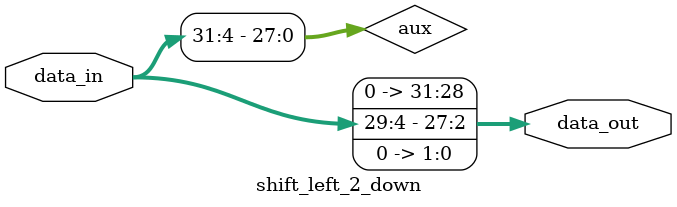
<source format=v>
module shift_left_2_down (
  input  wire [31:0] data_in,
  output wire [31:0] data_out,
);

  wire [27:0] aux;

  assign aux      = data_in[31:4];
  assign data_out = {aux << 2};

endmodule
</source>
